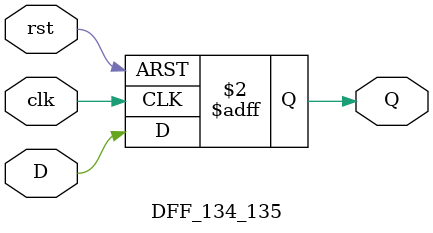
<source format=v>
`timescale 1ns / 1ps
module DFF_134_135(Q,D,clk,rst);
input D,clk,rst;
output reg Q;

always @(posedge clk or posedge rst)
begin
	if(rst)
		Q = 0;
	else
		Q = D;
end
endmodule

</source>
